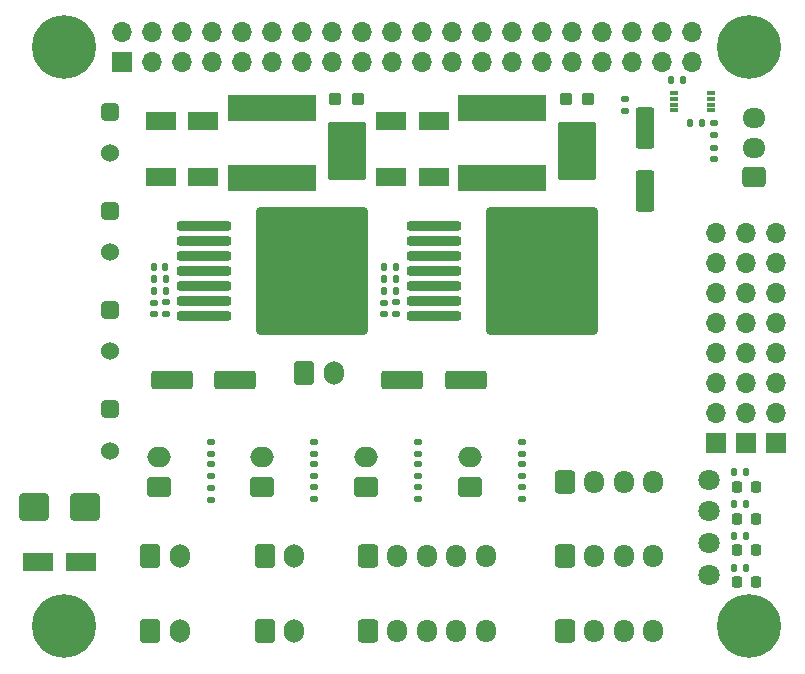
<source format=gbr>
%TF.GenerationSoftware,KiCad,Pcbnew,7.0.10-7.0.10~ubuntu22.04.1*%
%TF.CreationDate,2024-01-30T17:22:02+01:00*%
%TF.ProjectId,puissanceok,70756973-7361-46e6-9365-6f6b2e6b6963,rev?*%
%TF.SameCoordinates,Original*%
%TF.FileFunction,Soldermask,Top*%
%TF.FilePolarity,Negative*%
%FSLAX46Y46*%
G04 Gerber Fmt 4.6, Leading zero omitted, Abs format (unit mm)*
G04 Created by KiCad (PCBNEW 7.0.10-7.0.10~ubuntu22.04.1) date 2024-01-30 17:22:02*
%MOMM*%
%LPD*%
G01*
G04 APERTURE LIST*
G04 Aperture macros list*
%AMRoundRect*
0 Rectangle with rounded corners*
0 $1 Rounding radius*
0 $2 $3 $4 $5 $6 $7 $8 $9 X,Y pos of 4 corners*
0 Add a 4 corners polygon primitive as box body*
4,1,4,$2,$3,$4,$5,$6,$7,$8,$9,$2,$3,0*
0 Add four circle primitives for the rounded corners*
1,1,$1+$1,$2,$3*
1,1,$1+$1,$4,$5*
1,1,$1+$1,$6,$7*
1,1,$1+$1,$8,$9*
0 Add four rect primitives between the rounded corners*
20,1,$1+$1,$2,$3,$4,$5,0*
20,1,$1+$1,$4,$5,$6,$7,0*
20,1,$1+$1,$6,$7,$8,$9,0*
20,1,$1+$1,$8,$9,$2,$3,0*%
G04 Aperture macros list end*
%ADD10RoundRect,0.250000X-0.550000X1.500000X-0.550000X-1.500000X0.550000X-1.500000X0.550000X1.500000X0*%
%ADD11RoundRect,0.250000X1.050000X0.550000X-1.050000X0.550000X-1.050000X-0.550000X1.050000X-0.550000X0*%
%ADD12RoundRect,0.200000X1.400000X-2.250000X1.400000X2.250000X-1.400000X2.250000X-1.400000X-2.250000X0*%
%ADD13RoundRect,0.100000X0.375000X-0.400000X0.375000X0.400000X-0.375000X0.400000X-0.375000X-0.400000X0*%
%ADD14RoundRect,0.135000X-0.185000X0.135000X-0.185000X-0.135000X0.185000X-0.135000X0.185000X0.135000X0*%
%ADD15R,0.800000X0.300000*%
%ADD16RoundRect,0.135000X0.185000X-0.135000X0.185000X0.135000X-0.185000X0.135000X-0.185000X-0.135000X0*%
%ADD17RoundRect,0.135000X0.135000X0.185000X-0.135000X0.185000X-0.135000X-0.185000X0.135000X-0.185000X0*%
%ADD18C,0.800000*%
%ADD19C,5.400000*%
%ADD20RoundRect,0.250000X-0.600000X-0.750000X0.600000X-0.750000X0.600000X0.750000X-0.600000X0.750000X0*%
%ADD21O,1.700000X2.000000*%
%ADD22RoundRect,0.218750X0.218750X0.256250X-0.218750X0.256250X-0.218750X-0.256250X0.218750X-0.256250X0*%
%ADD23RoundRect,0.250000X1.000000X0.900000X-1.000000X0.900000X-1.000000X-0.900000X1.000000X-0.900000X0*%
%ADD24RoundRect,0.140000X0.170000X-0.140000X0.170000X0.140000X-0.170000X0.140000X-0.170000X-0.140000X0*%
%ADD25RoundRect,0.250000X-0.600000X-0.725000X0.600000X-0.725000X0.600000X0.725000X-0.600000X0.725000X0*%
%ADD26O,1.700000X1.950000*%
%ADD27R,1.700000X1.700000*%
%ADD28O,1.700000X1.700000*%
%ADD29C,1.800000*%
%ADD30RoundRect,0.381000X-0.381000X0.381000X-0.381000X-0.381000X0.381000X-0.381000X0.381000X0.381000X0*%
%ADD31C,1.524000*%
%ADD32R,7.500000X2.200000*%
%ADD33RoundRect,0.140000X0.140000X0.170000X-0.140000X0.170000X-0.140000X-0.170000X0.140000X-0.170000X0*%
%ADD34RoundRect,0.250000X-1.500000X-0.550000X1.500000X-0.550000X1.500000X0.550000X-1.500000X0.550000X0*%
%ADD35RoundRect,0.200000X-2.100000X-0.200000X2.100000X-0.200000X2.100000X0.200000X-2.100000X0.200000X0*%
%ADD36RoundRect,0.250002X-4.449998X-5.149998X4.449998X-5.149998X4.449998X5.149998X-4.449998X5.149998X0*%
%ADD37RoundRect,0.250000X0.725000X-0.600000X0.725000X0.600000X-0.725000X0.600000X-0.725000X-0.600000X0*%
%ADD38O,1.950000X1.700000*%
%ADD39RoundRect,0.135000X-0.135000X-0.185000X0.135000X-0.185000X0.135000X0.185000X-0.135000X0.185000X0*%
%ADD40RoundRect,0.140000X-0.170000X0.140000X-0.170000X-0.140000X0.170000X-0.140000X0.170000X0.140000X0*%
%ADD41O,2.000000X1.700000*%
%ADD42RoundRect,0.250000X0.750000X-0.600000X0.750000X0.600000X-0.750000X0.600000X-0.750000X-0.600000X0*%
%ADD43RoundRect,0.140000X-0.140000X-0.170000X0.140000X-0.170000X0.140000X0.170000X-0.140000X0.170000X0*%
G04 APERTURE END LIST*
D10*
%TO.C,C902*%
X99200000Y-56800000D03*
X99200000Y-62200000D03*
%TD*%
D11*
%TO.C,C304*%
X81300000Y-56200000D03*
X77700000Y-56200000D03*
%TD*%
D12*
%TO.C,D601*%
X73930000Y-58750000D03*
D13*
X72960000Y-54400000D03*
X74900000Y-54400000D03*
%TD*%
D14*
%TO.C,R902*%
X97500000Y-54390000D03*
X97500000Y-55410000D03*
%TD*%
D12*
%TO.C,D301*%
X93430000Y-58750000D03*
D13*
X92460000Y-54400000D03*
X94400000Y-54400000D03*
%TD*%
D15*
%TO.C,U901*%
X104750000Y-55350000D03*
X104750000Y-54850000D03*
X104750000Y-54350000D03*
X104750000Y-53850000D03*
X101650000Y-53850000D03*
X101650000Y-54350000D03*
X101650000Y-54850000D03*
X101650000Y-55350000D03*
%TD*%
D16*
%TO.C,R701*%
X88800000Y-88210000D03*
X88800000Y-87190000D03*
%TD*%
D17*
%TO.C,R603*%
X58620000Y-69610000D03*
X57600000Y-69610000D03*
%TD*%
%TO.C,R303*%
X78120000Y-69610000D03*
X77100000Y-69610000D03*
%TD*%
D18*
%TO.C,H102*%
X105975000Y-50000000D03*
X106568109Y-48568109D03*
X106568109Y-51431891D03*
X108000000Y-47975000D03*
D19*
X108000000Y-50000000D03*
D18*
X108000000Y-52025000D03*
X109431891Y-48568109D03*
X109431891Y-51431891D03*
X110025000Y-50000000D03*
%TD*%
D20*
%TO.C,J107*%
X57300000Y-99400000D03*
D21*
X59800000Y-99400000D03*
%TD*%
D22*
%TO.C,D105*%
X108587500Y-95300000D03*
X107012500Y-95300000D03*
%TD*%
D11*
%TO.C,C101*%
X51400000Y-93600000D03*
X47800000Y-93600000D03*
%TD*%
D23*
%TO.C,D101*%
X51750000Y-88900000D03*
X47450000Y-88900000D03*
%TD*%
D14*
%TO.C,R702*%
X88800000Y-83390000D03*
X88800000Y-84410000D03*
%TD*%
D24*
%TO.C,C602*%
X57600000Y-72580000D03*
X57600000Y-71620000D03*
%TD*%
D25*
%TO.C,J114*%
X75700000Y-93100000D03*
D26*
X78200000Y-93100000D03*
X80700000Y-93100000D03*
X83200000Y-93100000D03*
X85700000Y-93100000D03*
%TD*%
D27*
%TO.C,J111*%
X110300000Y-83480000D03*
D28*
X110300000Y-80940000D03*
X110300000Y-78400000D03*
X110300000Y-75860000D03*
X110300000Y-73320000D03*
X110300000Y-70780000D03*
X110300000Y-68240000D03*
X110300000Y-65700000D03*
%TD*%
D14*
%TO.C,R202*%
X62400000Y-83390000D03*
X62400000Y-84410000D03*
%TD*%
D21*
%TO.C,J108*%
X69500000Y-93100000D03*
D20*
X67000000Y-93100000D03*
%TD*%
D29*
%TO.C,TP104*%
X104600000Y-94700000D03*
%TD*%
D22*
%TO.C,D104*%
X108587500Y-92600000D03*
X107012500Y-92600000D03*
%TD*%
D30*
%TO.C,J101*%
X53900000Y-63850000D03*
D31*
X53900000Y-67350000D03*
%TD*%
D32*
%TO.C,L601*%
X67600000Y-61100000D03*
X67600000Y-55100000D03*
%TD*%
D16*
%TO.C,R501*%
X80000000Y-88210000D03*
X80000000Y-87190000D03*
%TD*%
D25*
%TO.C,J115*%
X75700000Y-99400000D03*
D26*
X78200000Y-99400000D03*
X80700000Y-99400000D03*
X83200000Y-99400000D03*
X85700000Y-99400000D03*
%TD*%
D20*
%TO.C,J110*%
X70350000Y-77575000D03*
D21*
X72850000Y-77575000D03*
%TD*%
D16*
%TO.C,R401*%
X71200000Y-88210000D03*
X71200000Y-87190000D03*
%TD*%
D25*
%TO.C,J801*%
X92400000Y-99400000D03*
D26*
X94900000Y-99400000D03*
X97400000Y-99400000D03*
X99900000Y-99400000D03*
%TD*%
D24*
%TO.C,C302*%
X77100000Y-72580000D03*
X77100000Y-71620000D03*
%TD*%
D29*
%TO.C,TP103*%
X104600000Y-89300000D03*
%TD*%
D16*
%TO.C,R903*%
X105000000Y-57410000D03*
X105000000Y-56390000D03*
%TD*%
%TO.C,R201*%
X62400000Y-88310000D03*
X62400000Y-87290000D03*
%TD*%
D30*
%TO.C,J104*%
X53900000Y-80650000D03*
D31*
X53900000Y-84150000D03*
%TD*%
D18*
%TO.C,H104*%
X47975000Y-99000000D03*
X48568109Y-97568109D03*
X48568109Y-100431891D03*
X50000000Y-96975000D03*
D19*
X50000000Y-99000000D03*
D18*
X50000000Y-101025000D03*
X51431891Y-97568109D03*
X51431891Y-100431891D03*
X52025000Y-99000000D03*
%TD*%
D11*
%TO.C,C305*%
X81300000Y-61000000D03*
X77700000Y-61000000D03*
%TD*%
D33*
%TO.C,C303*%
X78080000Y-68600000D03*
X77120000Y-68600000D03*
%TD*%
D25*
%TO.C,J1101*%
X92400000Y-93100000D03*
D26*
X94900000Y-93100000D03*
X97400000Y-93100000D03*
X99900000Y-93100000D03*
%TD*%
D32*
%TO.C,L301*%
X87100000Y-61100000D03*
X87100000Y-55100000D03*
%TD*%
D14*
%TO.C,R502*%
X80000000Y-83390000D03*
X80000000Y-84410000D03*
%TD*%
D34*
%TO.C,C601*%
X59100000Y-78200000D03*
X64500000Y-78200000D03*
%TD*%
D33*
%TO.C,C603*%
X58580000Y-68600000D03*
X57620000Y-68600000D03*
%TD*%
D27*
%TO.C,J113*%
X105220000Y-83480000D03*
D28*
X105220000Y-80940000D03*
X105220000Y-78400000D03*
X105220000Y-75860000D03*
X105220000Y-73320000D03*
X105220000Y-70780000D03*
X105220000Y-68240000D03*
X105220000Y-65700000D03*
%TD*%
D35*
%TO.C,U601*%
X61825000Y-65090000D03*
X61825000Y-66360000D03*
X61825000Y-67630000D03*
X61825000Y-68900000D03*
D36*
X70975000Y-68900000D03*
D35*
X61825000Y-70170000D03*
X61825000Y-71440000D03*
X61825000Y-72710000D03*
%TD*%
D37*
%TO.C,J901*%
X108400000Y-61000000D03*
D38*
X108400000Y-58500000D03*
X108400000Y-56000000D03*
%TD*%
D39*
%TO.C,R103*%
X106690000Y-91400000D03*
X107710000Y-91400000D03*
%TD*%
%TO.C,R302*%
X77090000Y-70600000D03*
X78110000Y-70600000D03*
%TD*%
D18*
%TO.C,H103*%
X105975000Y-99000000D03*
X106568109Y-97568109D03*
X106568109Y-100431891D03*
X108000000Y-96975000D03*
D19*
X108000000Y-99000000D03*
D18*
X108000000Y-101025000D03*
X109431891Y-97568109D03*
X109431891Y-100431891D03*
X110025000Y-99000000D03*
%TD*%
D25*
%TO.C,J1001*%
X92400000Y-86800000D03*
D26*
X94900000Y-86800000D03*
X97400000Y-86800000D03*
X99900000Y-86800000D03*
%TD*%
D40*
%TO.C,C903*%
X105000000Y-58520000D03*
X105000000Y-59480000D03*
%TD*%
D39*
%TO.C,R102*%
X106690000Y-88700000D03*
X107710000Y-88700000D03*
%TD*%
D30*
%TO.C,J103*%
X53900000Y-72250000D03*
D31*
X53900000Y-75750000D03*
%TD*%
D30*
%TO.C,J102*%
X53900000Y-55450000D03*
D31*
X53900000Y-58950000D03*
%TD*%
D39*
%TO.C,R602*%
X57590000Y-70600000D03*
X58610000Y-70600000D03*
%TD*%
D24*
%TO.C,C701*%
X88800000Y-86280000D03*
X88800000Y-85320000D03*
%TD*%
D14*
%TO.C,R301*%
X78100000Y-71600000D03*
X78100000Y-72620000D03*
%TD*%
D41*
%TO.C,J701*%
X84400000Y-84700000D03*
D42*
X84400000Y-87200000D03*
%TD*%
D11*
%TO.C,C605*%
X61800000Y-61000000D03*
X58200000Y-61000000D03*
%TD*%
%TO.C,C604*%
X61800000Y-56200000D03*
X58200000Y-56200000D03*
%TD*%
D14*
%TO.C,R601*%
X58600000Y-71600000D03*
X58600000Y-72620000D03*
%TD*%
D24*
%TO.C,C201*%
X62400000Y-86280000D03*
X62400000Y-85320000D03*
%TD*%
D22*
%TO.C,D102*%
X108575000Y-87200000D03*
X107000000Y-87200000D03*
%TD*%
D39*
%TO.C,R104*%
X106690000Y-94100000D03*
X107710000Y-94100000D03*
%TD*%
D24*
%TO.C,C401*%
X71200000Y-86280000D03*
X71200000Y-85320000D03*
%TD*%
D34*
%TO.C,C301*%
X78600000Y-78200000D03*
X84000000Y-78200000D03*
%TD*%
D35*
%TO.C,U301*%
X81325000Y-65090000D03*
X81325000Y-66360000D03*
X81325000Y-67630000D03*
X81325000Y-68900000D03*
D36*
X90475000Y-68900000D03*
D35*
X81325000Y-70170000D03*
X81325000Y-71440000D03*
X81325000Y-72710000D03*
%TD*%
D22*
%TO.C,D103*%
X108587500Y-89900000D03*
X107012500Y-89900000D03*
%TD*%
D42*
%TO.C,J501*%
X75600000Y-87200000D03*
D41*
X75600000Y-84700000D03*
%TD*%
D29*
%TO.C,TP102*%
X104600000Y-92000000D03*
%TD*%
D24*
%TO.C,C501*%
X80000000Y-86280000D03*
X80000000Y-85320000D03*
%TD*%
D43*
%TO.C,C901*%
X103020000Y-56400000D03*
X103980000Y-56400000D03*
%TD*%
D29*
%TO.C,TP101*%
X104600000Y-86600000D03*
%TD*%
D39*
%TO.C,R101*%
X106690000Y-86000000D03*
X107710000Y-86000000D03*
%TD*%
D41*
%TO.C,J201*%
X58000000Y-84700000D03*
D42*
X58000000Y-87200000D03*
%TD*%
D39*
%TO.C,R901*%
X101380000Y-52800000D03*
X102400000Y-52800000D03*
%TD*%
D14*
%TO.C,R402*%
X71200000Y-83390000D03*
X71200000Y-84410000D03*
%TD*%
D27*
%TO.C,J112*%
X107760000Y-83480000D03*
D28*
X107760000Y-80940000D03*
X107760000Y-78400000D03*
X107760000Y-75860000D03*
X107760000Y-73320000D03*
X107760000Y-70780000D03*
X107760000Y-68240000D03*
X107760000Y-65700000D03*
%TD*%
D18*
%TO.C,H101*%
X47975000Y-50000000D03*
X48568109Y-48568109D03*
X48568109Y-51431891D03*
X50000000Y-47975000D03*
D19*
X50000000Y-50000000D03*
D18*
X50000000Y-52025000D03*
X51431891Y-48568109D03*
X51431891Y-51431891D03*
X52025000Y-50000000D03*
%TD*%
D21*
%TO.C,J109*%
X69500000Y-99400000D03*
D20*
X67000000Y-99400000D03*
%TD*%
%TO.C,J106*%
X57300000Y-93100000D03*
D21*
X59800000Y-93100000D03*
%TD*%
D42*
%TO.C,J401*%
X66800000Y-87200000D03*
D41*
X66800000Y-84700000D03*
%TD*%
D27*
%TO.C,J105*%
X54870000Y-51270000D03*
D28*
X54870000Y-48730000D03*
X57410000Y-51270000D03*
X57410000Y-48730000D03*
X59950000Y-51270000D03*
X59950000Y-48730000D03*
X62490000Y-51270000D03*
X62490000Y-48730000D03*
X65030000Y-51270000D03*
X65030000Y-48730000D03*
X67570000Y-51270000D03*
X67570000Y-48730000D03*
X70110000Y-51270000D03*
X70110000Y-48730000D03*
X72650000Y-51270000D03*
X72650000Y-48730000D03*
X75190000Y-51270000D03*
X75190000Y-48730000D03*
X77730000Y-51270000D03*
X77730000Y-48730000D03*
X80270000Y-51270000D03*
X80270000Y-48730000D03*
X82810000Y-51270000D03*
X82810000Y-48730000D03*
X85350000Y-51270000D03*
X85350000Y-48730000D03*
X87890000Y-51270000D03*
X87890000Y-48730000D03*
X90430000Y-51270000D03*
X90430000Y-48730000D03*
X92970000Y-51270000D03*
X92970000Y-48730000D03*
X95510000Y-51270000D03*
X95510000Y-48730000D03*
X98050000Y-51270000D03*
X98050000Y-48730000D03*
X100590000Y-51270000D03*
X100590000Y-48730000D03*
X103130000Y-51270000D03*
X103130000Y-48730000D03*
%TD*%
M02*

</source>
